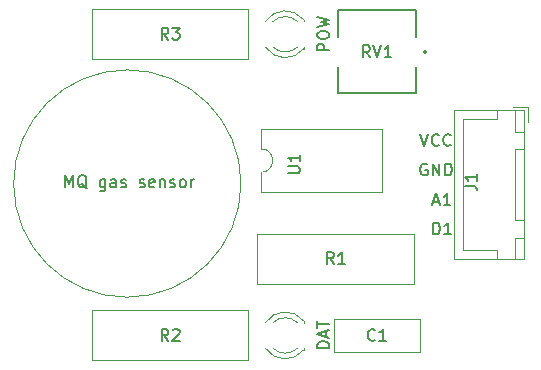
<source format=gbr>
G04 #@! TF.GenerationSoftware,KiCad,Pcbnew,(5.1.4)-1*
G04 #@! TF.CreationDate,2020-08-11T16:56:37+03:00*
G04 #@! TF.ProjectId,gas_sensor,6761735f-7365-46e7-936f-722e6b696361,rev?*
G04 #@! TF.SameCoordinates,Original*
G04 #@! TF.FileFunction,Legend,Top*
G04 #@! TF.FilePolarity,Positive*
%FSLAX46Y46*%
G04 Gerber Fmt 4.6, Leading zero omitted, Abs format (unit mm)*
G04 Created by KiCad (PCBNEW (5.1.4)-1) date 2020-08-11 16:56:37*
%MOMM*%
%LPD*%
G04 APERTURE LIST*
%ADD10C,0.150000*%
%ADD11C,0.120000*%
%ADD12C,0.127000*%
%ADD13C,0.200000*%
G04 APERTURE END LIST*
D10*
X151952380Y-91857142D02*
X150952380Y-91857142D01*
X150952380Y-91476190D01*
X151000000Y-91380952D01*
X151047619Y-91333333D01*
X151142857Y-91285714D01*
X151285714Y-91285714D01*
X151380952Y-91333333D01*
X151428571Y-91380952D01*
X151476190Y-91476190D01*
X151476190Y-91857142D01*
X150952380Y-90666666D02*
X150952380Y-90476190D01*
X151000000Y-90380952D01*
X151095238Y-90285714D01*
X151285714Y-90238095D01*
X151619047Y-90238095D01*
X151809523Y-90285714D01*
X151904761Y-90380952D01*
X151952380Y-90476190D01*
X151952380Y-90666666D01*
X151904761Y-90761904D01*
X151809523Y-90857142D01*
X151619047Y-90904761D01*
X151285714Y-90904761D01*
X151095238Y-90857142D01*
X151000000Y-90761904D01*
X150952380Y-90666666D01*
X150952380Y-89904761D02*
X151952380Y-89666666D01*
X151238095Y-89476190D01*
X151952380Y-89285714D01*
X150952380Y-89047619D01*
X151952380Y-117071428D02*
X150952380Y-117071428D01*
X150952380Y-116833333D01*
X151000000Y-116690476D01*
X151095238Y-116595238D01*
X151190476Y-116547619D01*
X151380952Y-116500000D01*
X151523809Y-116500000D01*
X151714285Y-116547619D01*
X151809523Y-116595238D01*
X151904761Y-116690476D01*
X151952380Y-116833333D01*
X151952380Y-117071428D01*
X151666666Y-116119047D02*
X151666666Y-115642857D01*
X151952380Y-116214285D02*
X150952380Y-115880952D01*
X151952380Y-115547619D01*
X150952380Y-115357142D02*
X150952380Y-114785714D01*
X151952380Y-115071428D02*
X150952380Y-115071428D01*
X129619047Y-103452380D02*
X129619047Y-102452380D01*
X129952380Y-103166666D01*
X130285714Y-102452380D01*
X130285714Y-103452380D01*
X131428571Y-103547619D02*
X131333333Y-103500000D01*
X131238095Y-103404761D01*
X131095238Y-103261904D01*
X131000000Y-103214285D01*
X130904761Y-103214285D01*
X130952380Y-103452380D02*
X130857142Y-103404761D01*
X130761904Y-103309523D01*
X130714285Y-103119047D01*
X130714285Y-102785714D01*
X130761904Y-102595238D01*
X130857142Y-102500000D01*
X130952380Y-102452380D01*
X131142857Y-102452380D01*
X131238095Y-102500000D01*
X131333333Y-102595238D01*
X131380952Y-102785714D01*
X131380952Y-103119047D01*
X131333333Y-103309523D01*
X131238095Y-103404761D01*
X131142857Y-103452380D01*
X130952380Y-103452380D01*
X133000000Y-102785714D02*
X133000000Y-103595238D01*
X132952380Y-103690476D01*
X132904761Y-103738095D01*
X132809523Y-103785714D01*
X132666666Y-103785714D01*
X132571428Y-103738095D01*
X133000000Y-103404761D02*
X132904761Y-103452380D01*
X132714285Y-103452380D01*
X132619047Y-103404761D01*
X132571428Y-103357142D01*
X132523809Y-103261904D01*
X132523809Y-102976190D01*
X132571428Y-102880952D01*
X132619047Y-102833333D01*
X132714285Y-102785714D01*
X132904761Y-102785714D01*
X133000000Y-102833333D01*
X133904761Y-103452380D02*
X133904761Y-102928571D01*
X133857142Y-102833333D01*
X133761904Y-102785714D01*
X133571428Y-102785714D01*
X133476190Y-102833333D01*
X133904761Y-103404761D02*
X133809523Y-103452380D01*
X133571428Y-103452380D01*
X133476190Y-103404761D01*
X133428571Y-103309523D01*
X133428571Y-103214285D01*
X133476190Y-103119047D01*
X133571428Y-103071428D01*
X133809523Y-103071428D01*
X133904761Y-103023809D01*
X134333333Y-103404761D02*
X134428571Y-103452380D01*
X134619047Y-103452380D01*
X134714285Y-103404761D01*
X134761904Y-103309523D01*
X134761904Y-103261904D01*
X134714285Y-103166666D01*
X134619047Y-103119047D01*
X134476190Y-103119047D01*
X134380952Y-103071428D01*
X134333333Y-102976190D01*
X134333333Y-102928571D01*
X134380952Y-102833333D01*
X134476190Y-102785714D01*
X134619047Y-102785714D01*
X134714285Y-102833333D01*
X135904761Y-103404761D02*
X136000000Y-103452380D01*
X136190476Y-103452380D01*
X136285714Y-103404761D01*
X136333333Y-103309523D01*
X136333333Y-103261904D01*
X136285714Y-103166666D01*
X136190476Y-103119047D01*
X136047619Y-103119047D01*
X135952380Y-103071428D01*
X135904761Y-102976190D01*
X135904761Y-102928571D01*
X135952380Y-102833333D01*
X136047619Y-102785714D01*
X136190476Y-102785714D01*
X136285714Y-102833333D01*
X137142857Y-103404761D02*
X137047619Y-103452380D01*
X136857142Y-103452380D01*
X136761904Y-103404761D01*
X136714285Y-103309523D01*
X136714285Y-102928571D01*
X136761904Y-102833333D01*
X136857142Y-102785714D01*
X137047619Y-102785714D01*
X137142857Y-102833333D01*
X137190476Y-102928571D01*
X137190476Y-103023809D01*
X136714285Y-103119047D01*
X137619047Y-102785714D02*
X137619047Y-103452380D01*
X137619047Y-102880952D02*
X137666666Y-102833333D01*
X137761904Y-102785714D01*
X137904761Y-102785714D01*
X138000000Y-102833333D01*
X138047619Y-102928571D01*
X138047619Y-103452380D01*
X138476190Y-103404761D02*
X138571428Y-103452380D01*
X138761904Y-103452380D01*
X138857142Y-103404761D01*
X138904761Y-103309523D01*
X138904761Y-103261904D01*
X138857142Y-103166666D01*
X138761904Y-103119047D01*
X138619047Y-103119047D01*
X138523809Y-103071428D01*
X138476190Y-102976190D01*
X138476190Y-102928571D01*
X138523809Y-102833333D01*
X138619047Y-102785714D01*
X138761904Y-102785714D01*
X138857142Y-102833333D01*
X139476190Y-103452380D02*
X139380952Y-103404761D01*
X139333333Y-103357142D01*
X139285714Y-103261904D01*
X139285714Y-102976190D01*
X139333333Y-102880952D01*
X139380952Y-102833333D01*
X139476190Y-102785714D01*
X139619047Y-102785714D01*
X139714285Y-102833333D01*
X139761904Y-102880952D01*
X139809523Y-102976190D01*
X139809523Y-103261904D01*
X139761904Y-103357142D01*
X139714285Y-103404761D01*
X139619047Y-103452380D01*
X139476190Y-103452380D01*
X140238095Y-103452380D02*
X140238095Y-102785714D01*
X140238095Y-102976190D02*
X140285714Y-102880952D01*
X140333333Y-102833333D01*
X140428571Y-102785714D01*
X140523809Y-102785714D01*
X160785714Y-104666666D02*
X161261904Y-104666666D01*
X160690476Y-104952380D02*
X161023809Y-103952380D01*
X161357142Y-104952380D01*
X162214285Y-104952380D02*
X161642857Y-104952380D01*
X161928571Y-104952380D02*
X161928571Y-103952380D01*
X161833333Y-104095238D01*
X161738095Y-104190476D01*
X161642857Y-104238095D01*
X160761904Y-107452380D02*
X160761904Y-106452380D01*
X161000000Y-106452380D01*
X161142857Y-106500000D01*
X161238095Y-106595238D01*
X161285714Y-106690476D01*
X161333333Y-106880952D01*
X161333333Y-107023809D01*
X161285714Y-107214285D01*
X161238095Y-107309523D01*
X161142857Y-107404761D01*
X161000000Y-107452380D01*
X160761904Y-107452380D01*
X162285714Y-107452380D02*
X161714285Y-107452380D01*
X162000000Y-107452380D02*
X162000000Y-106452380D01*
X161904761Y-106595238D01*
X161809523Y-106690476D01*
X161714285Y-106738095D01*
X160238095Y-101500000D02*
X160142857Y-101452380D01*
X160000000Y-101452380D01*
X159857142Y-101500000D01*
X159761904Y-101595238D01*
X159714285Y-101690476D01*
X159666666Y-101880952D01*
X159666666Y-102023809D01*
X159714285Y-102214285D01*
X159761904Y-102309523D01*
X159857142Y-102404761D01*
X160000000Y-102452380D01*
X160095238Y-102452380D01*
X160238095Y-102404761D01*
X160285714Y-102357142D01*
X160285714Y-102023809D01*
X160095238Y-102023809D01*
X160714285Y-102452380D02*
X160714285Y-101452380D01*
X161285714Y-102452380D01*
X161285714Y-101452380D01*
X161761904Y-102452380D02*
X161761904Y-101452380D01*
X162000000Y-101452380D01*
X162142857Y-101500000D01*
X162238095Y-101595238D01*
X162285714Y-101690476D01*
X162333333Y-101880952D01*
X162333333Y-102023809D01*
X162285714Y-102214285D01*
X162238095Y-102309523D01*
X162142857Y-102404761D01*
X162000000Y-102452380D01*
X161761904Y-102452380D01*
X159666666Y-98952380D02*
X160000000Y-99952380D01*
X160333333Y-98952380D01*
X161238095Y-99857142D02*
X161190476Y-99904761D01*
X161047619Y-99952380D01*
X160952380Y-99952380D01*
X160809523Y-99904761D01*
X160714285Y-99809523D01*
X160666666Y-99714285D01*
X160619047Y-99523809D01*
X160619047Y-99380952D01*
X160666666Y-99190476D01*
X160714285Y-99095238D01*
X160809523Y-99000000D01*
X160952380Y-98952380D01*
X161047619Y-98952380D01*
X161190476Y-99000000D01*
X161238095Y-99047619D01*
X162238095Y-99857142D02*
X162190476Y-99904761D01*
X162047619Y-99952380D01*
X161952380Y-99952380D01*
X161809523Y-99904761D01*
X161714285Y-99809523D01*
X161666666Y-99714285D01*
X161619047Y-99523809D01*
X161619047Y-99380952D01*
X161666666Y-99190476D01*
X161714285Y-99095238D01*
X161809523Y-99000000D01*
X161952380Y-98952380D01*
X162047619Y-98952380D01*
X162190476Y-99000000D01*
X162238095Y-99047619D01*
D11*
X144485000Y-103140000D02*
G75*
G03X144485000Y-103140000I-9625000J0D01*
G01*
X146170000Y-98540000D02*
X146170000Y-100190000D01*
X156450000Y-98540000D02*
X146170000Y-98540000D01*
X156450000Y-103840000D02*
X156450000Y-98540000D01*
X146170000Y-103840000D02*
X156450000Y-103840000D01*
X146170000Y-102190000D02*
X146170000Y-103840000D01*
X146170000Y-100190000D02*
G75*
G02X146170000Y-102190000I0J-1000000D01*
G01*
D12*
X159300000Y-88480000D02*
X159300000Y-90765000D01*
X159300000Y-93305000D02*
X159300000Y-95470000D01*
X159300000Y-95470000D02*
X152700000Y-95470000D01*
X152700000Y-95470000D02*
X152700000Y-93305000D01*
X152700000Y-90765000D02*
X152700000Y-88480000D01*
X152700000Y-88470000D02*
X159300000Y-88470000D01*
D13*
X160164000Y-92000000D02*
G75*
G03X160164000Y-92000000I-100000J0D01*
G01*
D11*
X131880000Y-88380000D02*
X145120000Y-88380000D01*
X131880000Y-92620000D02*
X145120000Y-92620000D01*
X131880000Y-88380000D02*
X131880000Y-92620000D01*
X145120000Y-88380000D02*
X145120000Y-92620000D01*
X145120000Y-113880000D02*
X145120000Y-118120000D01*
X131880000Y-113880000D02*
X131880000Y-118120000D01*
X131880000Y-118120000D02*
X145120000Y-118120000D01*
X131880000Y-113880000D02*
X145120000Y-113880000D01*
X145880000Y-107380000D02*
X159120000Y-107380000D01*
X145880000Y-111620000D02*
X159120000Y-111620000D01*
X145880000Y-107380000D02*
X145880000Y-111620000D01*
X159120000Y-107380000D02*
X159120000Y-111620000D01*
X168750000Y-96650000D02*
X167500000Y-96650000D01*
X168750000Y-97900000D02*
X168750000Y-96650000D01*
X163250000Y-108800000D02*
X163250000Y-103250000D01*
X166200000Y-108800000D02*
X163250000Y-108800000D01*
X166200000Y-109550000D02*
X166200000Y-108800000D01*
X163250000Y-97700000D02*
X163250000Y-103250000D01*
X166200000Y-97700000D02*
X163250000Y-97700000D01*
X166200000Y-96950000D02*
X166200000Y-97700000D01*
X168450000Y-109550000D02*
X168450000Y-107750000D01*
X167700000Y-109550000D02*
X168450000Y-109550000D01*
X167700000Y-107750000D02*
X167700000Y-109550000D01*
X168450000Y-107750000D02*
X167700000Y-107750000D01*
X168450000Y-98750000D02*
X168450000Y-96950000D01*
X167700000Y-98750000D02*
X168450000Y-98750000D01*
X167700000Y-96950000D02*
X167700000Y-98750000D01*
X168450000Y-96950000D02*
X167700000Y-96950000D01*
X168450000Y-106250000D02*
X168450000Y-100250000D01*
X167700000Y-106250000D02*
X168450000Y-106250000D01*
X167700000Y-100250000D02*
X167700000Y-106250000D01*
X168450000Y-100250000D02*
X167700000Y-100250000D01*
X168460000Y-109560000D02*
X168460000Y-96940000D01*
X162490000Y-109560000D02*
X168460000Y-109560000D01*
X162490000Y-96940000D02*
X162490000Y-109560000D01*
X168460000Y-96940000D02*
X162490000Y-96940000D01*
X146557665Y-91578608D02*
G75*
G03X149790000Y-91735516I1672335J1078608D01*
G01*
X146557665Y-89421392D02*
G75*
G02X149790000Y-89264484I1672335J-1078608D01*
G01*
X147188870Y-91579837D02*
G75*
G03X149270961Y-91580000I1041130J1079837D01*
G01*
X147188870Y-89420163D02*
G75*
G02X149270961Y-89420000I1041130J-1079837D01*
G01*
X149790000Y-91736000D02*
X149790000Y-91580000D01*
X149790000Y-89420000D02*
X149790000Y-89264000D01*
X149790000Y-114920000D02*
X149790000Y-114764000D01*
X149790000Y-117236000D02*
X149790000Y-117080000D01*
X147188870Y-114920163D02*
G75*
G02X149270961Y-114920000I1041130J-1079837D01*
G01*
X147188870Y-117079837D02*
G75*
G03X149270961Y-117080000I1041130J1079837D01*
G01*
X146557665Y-114921392D02*
G75*
G02X149790000Y-114764484I1672335J-1078608D01*
G01*
X146557665Y-117078608D02*
G75*
G03X149790000Y-117235516I1672335J1078608D01*
G01*
X159620000Y-114630000D02*
X159620000Y-117370000D01*
X152380000Y-114630000D02*
X152380000Y-117370000D01*
X152380000Y-117370000D02*
X159620000Y-117370000D01*
X152380000Y-114630000D02*
X159620000Y-114630000D01*
D10*
X148452380Y-102261904D02*
X149261904Y-102261904D01*
X149357142Y-102214285D01*
X149404761Y-102166666D01*
X149452380Y-102071428D01*
X149452380Y-101880952D01*
X149404761Y-101785714D01*
X149357142Y-101738095D01*
X149261904Y-101690476D01*
X148452380Y-101690476D01*
X149452380Y-100690476D02*
X149452380Y-101261904D01*
X149452380Y-100976190D02*
X148452380Y-100976190D01*
X148595238Y-101071428D01*
X148690476Y-101166666D01*
X148738095Y-101261904D01*
X155404761Y-92452380D02*
X155071428Y-91976190D01*
X154833333Y-92452380D02*
X154833333Y-91452380D01*
X155214285Y-91452380D01*
X155309523Y-91500000D01*
X155357142Y-91547619D01*
X155404761Y-91642857D01*
X155404761Y-91785714D01*
X155357142Y-91880952D01*
X155309523Y-91928571D01*
X155214285Y-91976190D01*
X154833333Y-91976190D01*
X155690476Y-91452380D02*
X156023809Y-92452380D01*
X156357142Y-91452380D01*
X157214285Y-92452380D02*
X156642857Y-92452380D01*
X156928571Y-92452380D02*
X156928571Y-91452380D01*
X156833333Y-91595238D01*
X156738095Y-91690476D01*
X156642857Y-91738095D01*
X138333333Y-90952380D02*
X138000000Y-90476190D01*
X137761904Y-90952380D02*
X137761904Y-89952380D01*
X138142857Y-89952380D01*
X138238095Y-90000000D01*
X138285714Y-90047619D01*
X138333333Y-90142857D01*
X138333333Y-90285714D01*
X138285714Y-90380952D01*
X138238095Y-90428571D01*
X138142857Y-90476190D01*
X137761904Y-90476190D01*
X138666666Y-89952380D02*
X139285714Y-89952380D01*
X138952380Y-90333333D01*
X139095238Y-90333333D01*
X139190476Y-90380952D01*
X139238095Y-90428571D01*
X139285714Y-90523809D01*
X139285714Y-90761904D01*
X139238095Y-90857142D01*
X139190476Y-90904761D01*
X139095238Y-90952380D01*
X138809523Y-90952380D01*
X138714285Y-90904761D01*
X138666666Y-90857142D01*
X138333333Y-116452380D02*
X138000000Y-115976190D01*
X137761904Y-116452380D02*
X137761904Y-115452380D01*
X138142857Y-115452380D01*
X138238095Y-115500000D01*
X138285714Y-115547619D01*
X138333333Y-115642857D01*
X138333333Y-115785714D01*
X138285714Y-115880952D01*
X138238095Y-115928571D01*
X138142857Y-115976190D01*
X137761904Y-115976190D01*
X138714285Y-115547619D02*
X138761904Y-115500000D01*
X138857142Y-115452380D01*
X139095238Y-115452380D01*
X139190476Y-115500000D01*
X139238095Y-115547619D01*
X139285714Y-115642857D01*
X139285714Y-115738095D01*
X139238095Y-115880952D01*
X138666666Y-116452380D01*
X139285714Y-116452380D01*
X152333333Y-109952380D02*
X152000000Y-109476190D01*
X151761904Y-109952380D02*
X151761904Y-108952380D01*
X152142857Y-108952380D01*
X152238095Y-109000000D01*
X152285714Y-109047619D01*
X152333333Y-109142857D01*
X152333333Y-109285714D01*
X152285714Y-109380952D01*
X152238095Y-109428571D01*
X152142857Y-109476190D01*
X151761904Y-109476190D01*
X153285714Y-109952380D02*
X152714285Y-109952380D01*
X153000000Y-109952380D02*
X153000000Y-108952380D01*
X152904761Y-109095238D01*
X152809523Y-109190476D01*
X152714285Y-109238095D01*
X163452380Y-103333333D02*
X164166666Y-103333333D01*
X164309523Y-103380952D01*
X164404761Y-103476190D01*
X164452380Y-103619047D01*
X164452380Y-103714285D01*
X164452380Y-102333333D02*
X164452380Y-102904761D01*
X164452380Y-102619047D02*
X163452380Y-102619047D01*
X163595238Y-102714285D01*
X163690476Y-102809523D01*
X163738095Y-102904761D01*
X155833333Y-116357142D02*
X155785714Y-116404761D01*
X155642857Y-116452380D01*
X155547619Y-116452380D01*
X155404761Y-116404761D01*
X155309523Y-116309523D01*
X155261904Y-116214285D01*
X155214285Y-116023809D01*
X155214285Y-115880952D01*
X155261904Y-115690476D01*
X155309523Y-115595238D01*
X155404761Y-115500000D01*
X155547619Y-115452380D01*
X155642857Y-115452380D01*
X155785714Y-115500000D01*
X155833333Y-115547619D01*
X156785714Y-116452380D02*
X156214285Y-116452380D01*
X156500000Y-116452380D02*
X156500000Y-115452380D01*
X156404761Y-115595238D01*
X156309523Y-115690476D01*
X156214285Y-115738095D01*
M02*

</source>
